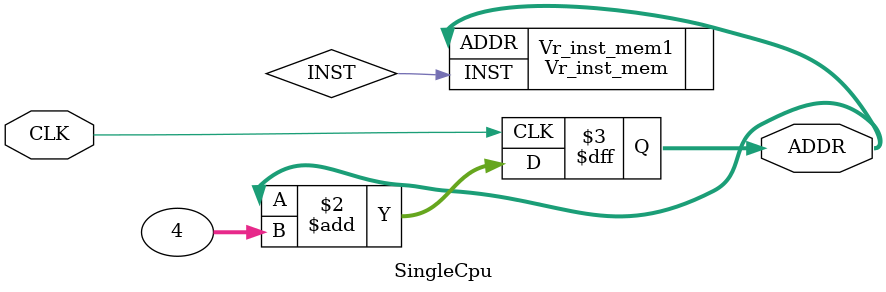
<source format=v>
module SingleCpu(CLK, ADDR);
    input CLK;
    output reg [31:0] ADDR;


    Vr_inst_mem Vr_inst_mem1(.ADDR(ADDR), .INST(INST));

    always @(posedge CLK) begin
        #10
        ADDR = ADDR + 4;
    end




endmodule
</source>
